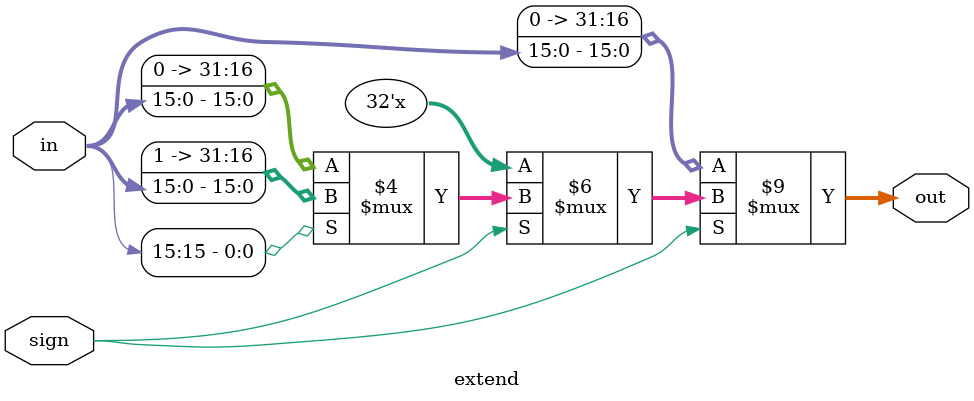
<source format=v>
`timescale 1ns / 1ps


module extend(
input [15:0] in,
input sign,
output reg [31:0] out
    );
always @(*)
begin
   if(sign)
   begin
      if(in[15])
         out={16'hffff,in};
      else 
         out={16'h0000,in};
   end
   else
       out={16'h0000,in};
end
   
endmodule

</source>
